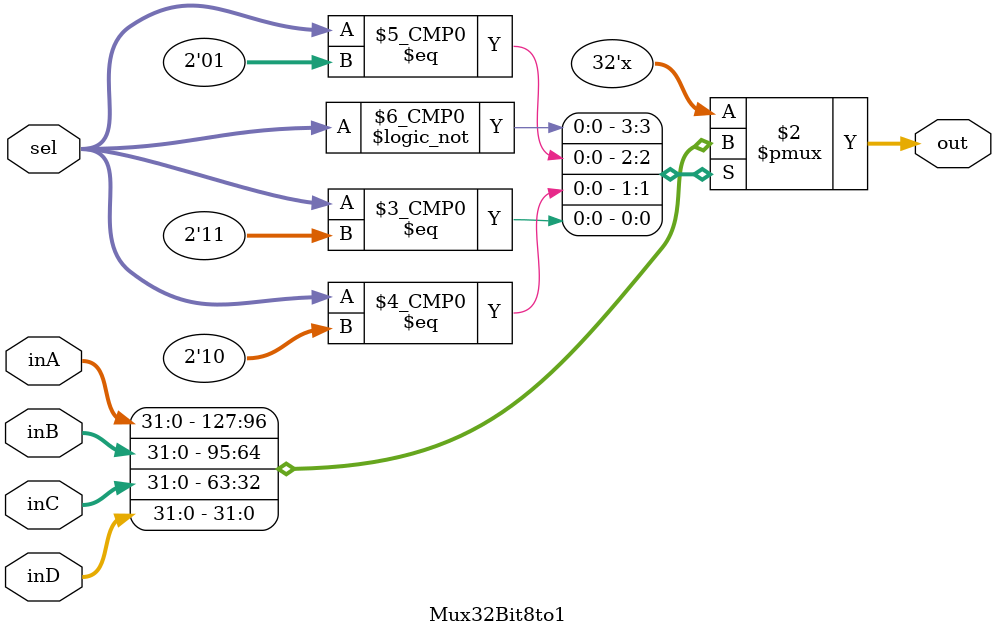
<source format=v>
`timescale 1ns / 1ps


module Mux32Bit8to1(out, inA, inB, inC, inD, sel);

    output reg [31:0] out;
    
    input [31:0] inA, inB, inC, inD;
    input [1:0] sel;

    always @(sel) begin
        case(sel)
            2'b000: begin
                out <= inA;
            end
            2'b001: begin
                out <= inB;
            end
            2'b010: begin
                out <= inC;
            end
            2'b011: begin
                out <= inD;
            end
        endcase
    end
    
    
endmodule

</source>
